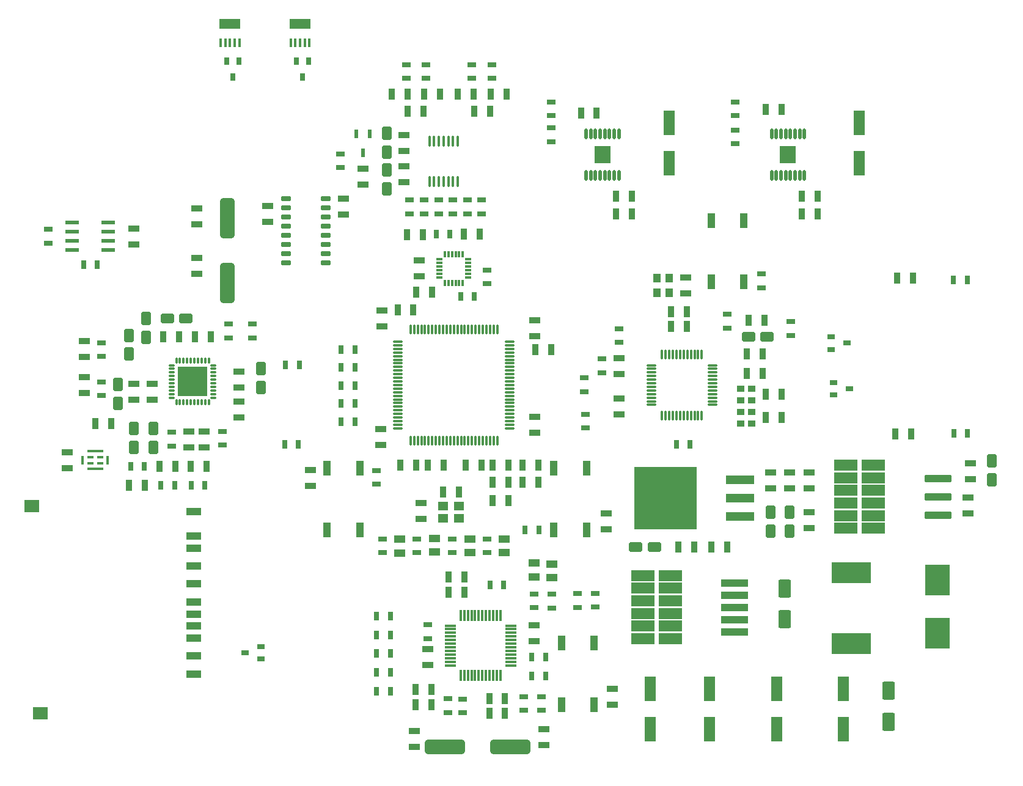
<source format=gtp>
G04*
G04 #@! TF.GenerationSoftware,Altium Limited,Altium Designer,22.4.2 (48)*
G04*
G04 Layer_Color=8421504*
%FSLAX25Y25*%
%MOIN*%
G70*
G04*
G04 #@! TF.SameCoordinates,507B7574-AD96-49B3-9928-A38505287C88*
G04*
G04*
G04 #@! TF.FilePolarity,Positive*
G04*
G01*
G75*
%ADD20R,0.12795X0.05906*%
%ADD21R,0.03937X0.03740*%
G04:AMPARAMS|DCode=22|XSize=31.5mil|YSize=13.39mil|CornerRadius=1.67mil|HoleSize=0mil|Usage=FLASHONLY|Rotation=180.000|XOffset=0mil|YOffset=0mil|HoleType=Round|Shape=RoundedRectangle|*
%AMROUNDEDRECTD22*
21,1,0.03150,0.01004,0,0,180.0*
21,1,0.02815,0.01339,0,0,180.0*
1,1,0.00335,-0.01408,0.00502*
1,1,0.00335,0.01408,0.00502*
1,1,0.00335,0.01408,-0.00502*
1,1,0.00335,-0.01408,-0.00502*
%
%ADD22ROUNDEDRECTD22*%
G04:AMPARAMS|DCode=23|XSize=33.47mil|YSize=13.39mil|CornerRadius=1.67mil|HoleSize=0mil|Usage=FLASHONLY|Rotation=270.000|XOffset=0mil|YOffset=0mil|HoleType=Round|Shape=RoundedRectangle|*
%AMROUNDEDRECTD23*
21,1,0.03347,0.01004,0,0,270.0*
21,1,0.03012,0.01339,0,0,270.0*
1,1,0.00335,-0.00502,-0.01506*
1,1,0.00335,-0.00502,0.01506*
1,1,0.00335,0.00502,0.01506*
1,1,0.00335,0.00502,-0.01506*
%
%ADD23ROUNDEDRECTD23*%
%ADD24O,0.01102X0.03543*%
%ADD25O,0.03543X0.01102*%
%ADD26R,0.16142X0.16142*%
%ADD27O,0.01772X0.05906*%
%ADD28R,0.09095X0.09685*%
%ADD29R,0.14921X0.03898*%
G04:AMPARAMS|DCode=30|XSize=149.21mil|YSize=38.98mil|CornerRadius=4.87mil|HoleSize=0mil|Usage=FLASHONLY|Rotation=180.000|XOffset=0mil|YOffset=0mil|HoleType=Round|Shape=RoundedRectangle|*
%AMROUNDEDRECTD30*
21,1,0.14921,0.02923,0,0,180.0*
21,1,0.13947,0.03898,0,0,180.0*
1,1,0.00974,-0.06973,0.01462*
1,1,0.00974,0.06973,0.01462*
1,1,0.00974,0.06973,-0.01462*
1,1,0.00974,-0.06973,-0.01462*
%
%ADD30ROUNDEDRECTD30*%
G04:AMPARAMS|DCode=31|XSize=51.58mil|YSize=24.41mil|CornerRadius=3.05mil|HoleSize=0mil|Usage=FLASHONLY|Rotation=0.000|XOffset=0mil|YOffset=0mil|HoleType=Round|Shape=RoundedRectangle|*
%AMROUNDEDRECTD31*
21,1,0.05158,0.01831,0,0,0.0*
21,1,0.04547,0.02441,0,0,0.0*
1,1,0.00610,0.02274,-0.00915*
1,1,0.00610,-0.02274,-0.00915*
1,1,0.00610,-0.02274,0.00915*
1,1,0.00610,0.02274,0.00915*
%
%ADD31ROUNDEDRECTD31*%
%ADD32R,0.05906X0.03937*%
%ADD33R,0.03740X0.01575*%
%ADD34R,0.09055X0.01378*%
%ADD35R,0.01378X0.05118*%
%ADD36O,0.01181X0.05709*%
%ADD37O,0.05709X0.01181*%
%ADD38R,0.11811X0.05315*%
%ADD39R,0.01575X0.04921*%
%ADD40R,0.05512X0.04724*%
%ADD41R,0.04331X0.05118*%
G04:AMPARAMS|DCode=42|XSize=98.43mil|YSize=66.93mil|CornerRadius=8.37mil|HoleSize=0mil|Usage=FLASHONLY|Rotation=270.000|XOffset=0mil|YOffset=0mil|HoleType=Round|Shape=RoundedRectangle|*
%AMROUNDEDRECTD42*
21,1,0.09843,0.05020,0,0,270.0*
21,1,0.08169,0.06693,0,0,270.0*
1,1,0.01673,-0.02510,-0.04085*
1,1,0.01673,-0.02510,0.04085*
1,1,0.01673,0.02510,0.04085*
1,1,0.01673,0.02510,-0.04085*
%
%ADD42ROUNDEDRECTD42*%
%ADD43O,0.05906X0.01181*%
%ADD44O,0.01181X0.05906*%
%ADD45R,0.07874X0.06693*%
%ADD46R,0.07874X0.03937*%
G04:AMPARAMS|DCode=47|XSize=11.02mil|YSize=61.42mil|CornerRadius=2.76mil|HoleSize=0mil|Usage=FLASHONLY|Rotation=0.000|XOffset=0mil|YOffset=0mil|HoleType=Round|Shape=RoundedRectangle|*
%AMROUNDEDRECTD47*
21,1,0.01102,0.05591,0,0,0.0*
21,1,0.00551,0.06142,0,0,0.0*
1,1,0.00551,0.00276,-0.02795*
1,1,0.00551,-0.00276,-0.02795*
1,1,0.00551,-0.00276,0.02795*
1,1,0.00551,0.00276,0.02795*
%
%ADD47ROUNDEDRECTD47*%
G04:AMPARAMS|DCode=48|XSize=11.02mil|YSize=61.42mil|CornerRadius=2.76mil|HoleSize=0mil|Usage=FLASHONLY|Rotation=270.000|XOffset=0mil|YOffset=0mil|HoleType=Round|Shape=RoundedRectangle|*
%AMROUNDEDRECTD48*
21,1,0.01102,0.05591,0,0,270.0*
21,1,0.00551,0.06142,0,0,270.0*
1,1,0.00551,-0.02795,-0.00276*
1,1,0.00551,-0.02795,0.00276*
1,1,0.00551,0.02795,0.00276*
1,1,0.00551,0.02795,-0.00276*
%
%ADD48ROUNDEDRECTD48*%
%ADD49R,0.06299X0.13780*%
%ADD50R,0.03937X0.07874*%
%ADD51R,0.15551X0.05118*%
%ADD52R,0.33858X0.34252*%
%ADD53O,0.01378X0.06299*%
%ADD54R,0.07756X0.02362*%
%ADD55R,0.03937X0.03150*%
%ADD56R,0.03150X0.03937*%
%ADD57R,0.13780X0.16535*%
%ADD58R,0.02362X0.05118*%
%ADD59R,0.21260X0.11811*%
G04:AMPARAMS|DCode=60|XSize=71.26mil|YSize=51.97mil|CornerRadius=6.5mil|HoleSize=0mil|Usage=FLASHONLY|Rotation=0.000|XOffset=0mil|YOffset=0mil|HoleType=Round|Shape=RoundedRectangle|*
%AMROUNDEDRECTD60*
21,1,0.07126,0.03898,0,0,0.0*
21,1,0.05827,0.05197,0,0,0.0*
1,1,0.01299,0.02913,-0.01949*
1,1,0.01299,-0.02913,-0.01949*
1,1,0.01299,-0.02913,0.01949*
1,1,0.01299,0.02913,0.01949*
%
%ADD60ROUNDEDRECTD60*%
G04:AMPARAMS|DCode=61|XSize=71.26mil|YSize=51.97mil|CornerRadius=6.5mil|HoleSize=0mil|Usage=FLASHONLY|Rotation=90.000|XOffset=0mil|YOffset=0mil|HoleType=Round|Shape=RoundedRectangle|*
%AMROUNDEDRECTD61*
21,1,0.07126,0.03898,0,0,90.0*
21,1,0.05827,0.05197,0,0,90.0*
1,1,0.01299,0.01949,0.02913*
1,1,0.01299,0.01949,-0.02913*
1,1,0.01299,-0.01949,-0.02913*
1,1,0.01299,-0.01949,0.02913*
%
%ADD61ROUNDEDRECTD61*%
G04:AMPARAMS|DCode=62|XSize=220.47mil|YSize=82.68mil|CornerRadius=20.67mil|HoleSize=0mil|Usage=FLASHONLY|Rotation=180.000|XOffset=0mil|YOffset=0mil|HoleType=Round|Shape=RoundedRectangle|*
%AMROUNDEDRECTD62*
21,1,0.22047,0.04134,0,0,180.0*
21,1,0.17913,0.08268,0,0,180.0*
1,1,0.04134,-0.08957,0.02067*
1,1,0.04134,0.08957,0.02067*
1,1,0.04134,0.08957,-0.02067*
1,1,0.04134,-0.08957,-0.02067*
%
%ADD62ROUNDEDRECTD62*%
G04:AMPARAMS|DCode=63|XSize=220.47mil|YSize=82.68mil|CornerRadius=20.67mil|HoleSize=0mil|Usage=FLASHONLY|Rotation=270.000|XOffset=0mil|YOffset=0mil|HoleType=Round|Shape=RoundedRectangle|*
%AMROUNDEDRECTD63*
21,1,0.22047,0.04134,0,0,270.0*
21,1,0.17913,0.08268,0,0,270.0*
1,1,0.04134,-0.02067,-0.08957*
1,1,0.04134,-0.02067,0.08957*
1,1,0.04134,0.02067,0.08957*
1,1,0.04134,0.02067,-0.08957*
%
%ADD63ROUNDEDRECTD63*%
%ADD64R,0.05118X0.02756*%
%ADD65R,0.02756X0.05118*%
%ADD66R,0.03543X0.05906*%
%ADD67R,0.05906X0.03543*%
D20*
X496949Y176575D02*
D03*
X511713Y204134D02*
D03*
X496949Y190354D02*
D03*
X511713Y211023D02*
D03*
X496949Y204134D02*
D03*
X511713Y190354D02*
D03*
Y197244D02*
D03*
X496949Y211023D02*
D03*
Y183465D02*
D03*
X511713D02*
D03*
Y176575D02*
D03*
X496949Y197244D02*
D03*
X607579Y257480D02*
D03*
X622343Y236811D02*
D03*
Y243701D02*
D03*
X607579D02*
D03*
Y271260D02*
D03*
X622343Y257480D02*
D03*
Y250591D02*
D03*
X607579Y264370D02*
D03*
X622343Y271260D02*
D03*
X607579Y250591D02*
D03*
X622343Y264370D02*
D03*
X607579Y236811D02*
D03*
D21*
X556299Y306693D02*
D03*
X550000D02*
D03*
X556299Y312992D02*
D03*
X550000D02*
D03*
X556299Y300394D02*
D03*
X550000D02*
D03*
Y294094D02*
D03*
X556299D02*
D03*
D22*
X401575Y373622D02*
D03*
Y375590D02*
D03*
Y377559D02*
D03*
Y379528D02*
D03*
Y381496D02*
D03*
Y383465D02*
D03*
X385827D02*
D03*
Y381496D02*
D03*
Y379528D02*
D03*
Y377559D02*
D03*
Y375590D02*
D03*
Y373622D02*
D03*
D23*
X398622Y386319D02*
D03*
X396654D02*
D03*
X394685D02*
D03*
X392717D02*
D03*
X390748D02*
D03*
X388779D02*
D03*
Y370768D02*
D03*
X390748D02*
D03*
X392717D02*
D03*
X394685D02*
D03*
X396654D02*
D03*
X398622D02*
D03*
D24*
X260039Y328248D02*
D03*
X258071D02*
D03*
X256102D02*
D03*
X254134D02*
D03*
X252165D02*
D03*
X250197D02*
D03*
X248228D02*
D03*
X246260D02*
D03*
X244291D02*
D03*
X242323D02*
D03*
Y305610D02*
D03*
X244291D02*
D03*
X246260D02*
D03*
X248228D02*
D03*
X250197D02*
D03*
X252165D02*
D03*
X254134D02*
D03*
X256102D02*
D03*
X258071D02*
D03*
X260039D02*
D03*
D25*
X239862Y325787D02*
D03*
Y323819D02*
D03*
Y321850D02*
D03*
Y319882D02*
D03*
Y317913D02*
D03*
Y315945D02*
D03*
Y312008D02*
D03*
Y310039D02*
D03*
Y308071D02*
D03*
X262500D02*
D03*
Y310039D02*
D03*
Y312008D02*
D03*
Y313976D02*
D03*
Y315945D02*
D03*
Y317913D02*
D03*
Y319882D02*
D03*
Y321850D02*
D03*
Y323819D02*
D03*
Y325787D02*
D03*
X239862Y313976D02*
D03*
D26*
X251181Y316929D02*
D03*
D27*
X567028Y429134D02*
D03*
X569587D02*
D03*
X572146D02*
D03*
X574705D02*
D03*
X577264D02*
D03*
X579823D02*
D03*
X582382D02*
D03*
X584941D02*
D03*
X567028Y451968D02*
D03*
X569587D02*
D03*
X572146D02*
D03*
X574705D02*
D03*
X577264D02*
D03*
X579823D02*
D03*
X582382D02*
D03*
X584941D02*
D03*
X483760D02*
D03*
X481201D02*
D03*
X478642D02*
D03*
X476083D02*
D03*
X473524D02*
D03*
X470965D02*
D03*
X468405D02*
D03*
X465846D02*
D03*
X483760Y429134D02*
D03*
X481201D02*
D03*
X478642D02*
D03*
X476083D02*
D03*
X473524D02*
D03*
X470965D02*
D03*
X468405D02*
D03*
X465846D02*
D03*
D28*
X575984Y440551D02*
D03*
X474803D02*
D03*
D29*
X546850Y207087D02*
D03*
Y200394D02*
D03*
Y193701D02*
D03*
Y187008D02*
D03*
Y180315D02*
D03*
D30*
X657874Y243937D02*
D03*
Y253937D02*
D03*
Y263937D02*
D03*
D31*
X302165Y411713D02*
D03*
X323819Y401713D02*
D03*
X302165Y416713D02*
D03*
Y406713D02*
D03*
Y401713D02*
D03*
X323819Y406713D02*
D03*
Y396713D02*
D03*
Y391713D02*
D03*
X302165D02*
D03*
X323819Y381713D02*
D03*
X302165Y396713D02*
D03*
Y386713D02*
D03*
X323819D02*
D03*
X302165Y381713D02*
D03*
X323819Y411713D02*
D03*
Y416713D02*
D03*
D32*
X421260Y231102D02*
D03*
Y223622D02*
D03*
X447244Y217323D02*
D03*
Y209842D02*
D03*
X383071Y231299D02*
D03*
Y223819D02*
D03*
X364173Y223425D02*
D03*
Y230906D02*
D03*
X437402Y210433D02*
D03*
Y217913D02*
D03*
X402362Y231004D02*
D03*
Y223524D02*
D03*
D33*
X200689Y275787D02*
D03*
X195374D02*
D03*
Y272244D02*
D03*
X200689D02*
D03*
D34*
X198031Y269193D02*
D03*
Y278839D02*
D03*
D35*
X204823Y274016D02*
D03*
X191240D02*
D03*
D36*
X370110Y284579D02*
D03*
Y345406D02*
D03*
X372079D02*
D03*
X374047D02*
D03*
X376016D02*
D03*
X377984D02*
D03*
X379953D02*
D03*
X381921D02*
D03*
X383890D02*
D03*
X385858D02*
D03*
X387827D02*
D03*
X389795D02*
D03*
X391764D02*
D03*
X393732D02*
D03*
X395701D02*
D03*
X397669D02*
D03*
X399638D02*
D03*
X401606D02*
D03*
X403575D02*
D03*
X405543D02*
D03*
X407512D02*
D03*
X409480D02*
D03*
X411449D02*
D03*
X413417D02*
D03*
X415386D02*
D03*
X417354D02*
D03*
Y284579D02*
D03*
X415386D02*
D03*
X413417D02*
D03*
X411449D02*
D03*
X409480D02*
D03*
X407512D02*
D03*
X405543D02*
D03*
X403575D02*
D03*
X401606D02*
D03*
X399638D02*
D03*
X397669D02*
D03*
X395701D02*
D03*
X393732D02*
D03*
X391764D02*
D03*
X389795D02*
D03*
X387827D02*
D03*
X385858D02*
D03*
X383890D02*
D03*
X381921D02*
D03*
X379953D02*
D03*
X377984D02*
D03*
X376016D02*
D03*
X374047D02*
D03*
X372079D02*
D03*
D37*
X363319Y291370D02*
D03*
Y293339D02*
D03*
Y295307D02*
D03*
Y297276D02*
D03*
Y299244D02*
D03*
Y301213D02*
D03*
Y303181D02*
D03*
Y305150D02*
D03*
Y307118D02*
D03*
Y309087D02*
D03*
Y311055D02*
D03*
Y313024D02*
D03*
Y314992D02*
D03*
Y316961D02*
D03*
Y318929D02*
D03*
Y320898D02*
D03*
Y322866D02*
D03*
Y324835D02*
D03*
Y326803D02*
D03*
Y328772D02*
D03*
Y330740D02*
D03*
Y332709D02*
D03*
Y334677D02*
D03*
Y336646D02*
D03*
Y338614D02*
D03*
X424146D02*
D03*
Y336646D02*
D03*
Y334677D02*
D03*
Y332709D02*
D03*
Y330740D02*
D03*
Y328772D02*
D03*
Y326803D02*
D03*
Y324835D02*
D03*
Y322866D02*
D03*
Y320898D02*
D03*
Y318929D02*
D03*
Y316961D02*
D03*
Y314992D02*
D03*
Y313024D02*
D03*
Y311055D02*
D03*
Y309087D02*
D03*
Y307118D02*
D03*
Y305150D02*
D03*
Y303181D02*
D03*
Y301213D02*
D03*
Y299244D02*
D03*
Y297276D02*
D03*
Y295307D02*
D03*
Y293339D02*
D03*
Y291370D02*
D03*
D38*
X271654Y512032D02*
D03*
X309842D02*
D03*
D39*
X266535Y501575D02*
D03*
X269094D02*
D03*
X276772D02*
D03*
X274213D02*
D03*
X271654D02*
D03*
X304724D02*
D03*
X307283D02*
D03*
X314961D02*
D03*
X312402D02*
D03*
X309842D02*
D03*
D40*
X387795Y249016D02*
D03*
X396457D02*
D03*
Y242323D02*
D03*
X387795D02*
D03*
D41*
X504626Y373425D02*
D03*
Y365158D02*
D03*
X511122D02*
D03*
Y373425D02*
D03*
D42*
X630709Y148189D02*
D03*
Y131339D02*
D03*
X574016Y204095D02*
D03*
Y187244D02*
D03*
D43*
X501378Y304134D02*
D03*
Y306102D02*
D03*
Y308071D02*
D03*
Y310039D02*
D03*
Y312008D02*
D03*
Y313976D02*
D03*
Y315945D02*
D03*
Y317913D02*
D03*
Y319882D02*
D03*
Y321850D02*
D03*
Y323819D02*
D03*
Y325787D02*
D03*
X534842D02*
D03*
Y323819D02*
D03*
Y321850D02*
D03*
Y319882D02*
D03*
Y317913D02*
D03*
Y315945D02*
D03*
Y313976D02*
D03*
Y312008D02*
D03*
Y310039D02*
D03*
Y308071D02*
D03*
Y306102D02*
D03*
Y304134D02*
D03*
D44*
X507283Y331693D02*
D03*
X509252D02*
D03*
X511221D02*
D03*
X513189D02*
D03*
X515158D02*
D03*
X517126D02*
D03*
X519095D02*
D03*
X521063D02*
D03*
X523032D02*
D03*
X525000D02*
D03*
X526968D02*
D03*
X528937D02*
D03*
Y298228D02*
D03*
X526968D02*
D03*
X525000D02*
D03*
X523032D02*
D03*
X521063D02*
D03*
X519095D02*
D03*
X517126D02*
D03*
X515158D02*
D03*
X513189D02*
D03*
X511221D02*
D03*
X509252D02*
D03*
X507283D02*
D03*
D45*
X163386Y248819D02*
D03*
X168110Y136024D02*
D03*
D46*
X251772Y225984D02*
D03*
Y232677D02*
D03*
Y245866D02*
D03*
Y216417D02*
D03*
Y206575D02*
D03*
Y190000D02*
D03*
Y196732D02*
D03*
Y183504D02*
D03*
Y177008D02*
D03*
Y167165D02*
D03*
Y157323D02*
D03*
D47*
X397433Y156492D02*
D03*
X399402D02*
D03*
X401370D02*
D03*
X403339D02*
D03*
X405307D02*
D03*
X407276D02*
D03*
X409244D02*
D03*
X411213D02*
D03*
X413181D02*
D03*
X415150D02*
D03*
X417118D02*
D03*
X419087D02*
D03*
Y189406D02*
D03*
X417118D02*
D03*
X415150D02*
D03*
X413181D02*
D03*
X411213D02*
D03*
X409244D02*
D03*
X407276D02*
D03*
X405307D02*
D03*
X403339D02*
D03*
X401370D02*
D03*
X399402D02*
D03*
X397433D02*
D03*
D48*
X424717Y162122D02*
D03*
Y164091D02*
D03*
Y166059D02*
D03*
Y168028D02*
D03*
Y169996D02*
D03*
Y171965D02*
D03*
Y173933D02*
D03*
Y175902D02*
D03*
Y177870D02*
D03*
Y179839D02*
D03*
Y181807D02*
D03*
Y183776D02*
D03*
X391803D02*
D03*
Y181807D02*
D03*
Y179839D02*
D03*
Y177870D02*
D03*
Y175902D02*
D03*
Y173933D02*
D03*
Y171965D02*
D03*
Y169996D02*
D03*
Y168028D02*
D03*
Y166059D02*
D03*
Y164091D02*
D03*
Y162122D02*
D03*
D49*
X511024Y458071D02*
D03*
Y436024D02*
D03*
X614961Y458071D02*
D03*
Y436024D02*
D03*
X606299Y127165D02*
D03*
Y149213D02*
D03*
X569685Y127165D02*
D03*
Y149213D02*
D03*
X533071Y127165D02*
D03*
Y149213D02*
D03*
X500787Y127165D02*
D03*
Y149213D02*
D03*
D50*
X534252Y371260D02*
D03*
X551968Y404724D02*
D03*
X534252D02*
D03*
X551968Y371260D02*
D03*
X452559Y140748D02*
D03*
X470276Y174213D02*
D03*
X452559D02*
D03*
X470276Y140748D02*
D03*
X448291Y236059D02*
D03*
X466008Y269524D02*
D03*
X448291D02*
D03*
X466008Y236059D02*
D03*
X342323Y269488D02*
D03*
X324606Y236024D02*
D03*
X342323D02*
D03*
X324606Y269488D02*
D03*
D51*
X549803Y243150D02*
D03*
Y253150D02*
D03*
Y263150D02*
D03*
D52*
X509252Y253150D02*
D03*
D53*
X395776Y448032D02*
D03*
X393216D02*
D03*
X390657D02*
D03*
X388098D02*
D03*
X385539D02*
D03*
X382980D02*
D03*
X380421D02*
D03*
X395776Y425984D02*
D03*
X393216D02*
D03*
X390657D02*
D03*
X388098D02*
D03*
X385539D02*
D03*
X382980D02*
D03*
X380421D02*
D03*
D54*
X205000Y388563D02*
D03*
Y393563D02*
D03*
Y398563D02*
D03*
Y403563D02*
D03*
X185551D02*
D03*
Y398563D02*
D03*
Y393563D02*
D03*
Y388563D02*
D03*
D55*
X608268Y337795D02*
D03*
X599606Y334449D02*
D03*
Y341142D02*
D03*
X609449Y312992D02*
D03*
X600787Y309646D02*
D03*
Y316339D02*
D03*
X279921Y169095D02*
D03*
X288583Y172441D02*
D03*
Y165748D02*
D03*
D56*
X273031Y483071D02*
D03*
X269685Y491732D02*
D03*
X276378D02*
D03*
X311221Y483071D02*
D03*
X307874Y491732D02*
D03*
X314567D02*
D03*
D57*
X657480Y208465D02*
D03*
Y179724D02*
D03*
D58*
X347835Y451968D02*
D03*
X344094Y441732D02*
D03*
X340354Y451968D02*
D03*
D59*
X610630Y174016D02*
D03*
Y212598D02*
D03*
D60*
X554331Y341339D02*
D03*
X564567D02*
D03*
X247638Y351181D02*
D03*
X237402D02*
D03*
X492913Y226772D02*
D03*
X503150D02*
D03*
D61*
X357087Y422047D02*
D03*
Y432283D02*
D03*
Y452362D02*
D03*
Y442126D02*
D03*
X288583Y313779D02*
D03*
Y324016D02*
D03*
X210630Y315354D02*
D03*
Y305118D02*
D03*
X216535Y331890D02*
D03*
Y342126D02*
D03*
X225984Y340945D02*
D03*
Y351181D02*
D03*
X219291Y291339D02*
D03*
Y281102D02*
D03*
X229921Y291339D02*
D03*
Y281102D02*
D03*
X687008Y263386D02*
D03*
Y273622D02*
D03*
X576772Y245669D02*
D03*
Y235433D02*
D03*
X566535Y245669D02*
D03*
Y235433D02*
D03*
D62*
X424409Y117717D02*
D03*
X388976D02*
D03*
D63*
X270079Y405905D02*
D03*
Y370472D02*
D03*
D64*
X561417Y368012D02*
D03*
Y375492D02*
D03*
X474409Y329232D02*
D03*
Y321752D02*
D03*
X483858Y345768D02*
D03*
Y338287D02*
D03*
X542913Y346063D02*
D03*
Y353543D02*
D03*
X577559Y342028D02*
D03*
Y349508D02*
D03*
X377468Y415846D02*
D03*
Y408366D02*
D03*
X369595Y415846D02*
D03*
Y408366D02*
D03*
X385343Y415846D02*
D03*
Y408366D02*
D03*
X393216Y415846D02*
D03*
Y408366D02*
D03*
X401090Y415846D02*
D03*
Y408366D02*
D03*
X408965Y415846D02*
D03*
Y408366D02*
D03*
X331890Y441043D02*
D03*
Y433563D02*
D03*
X201575Y316634D02*
D03*
Y309154D02*
D03*
X201575Y330610D02*
D03*
Y338091D02*
D03*
X270866Y348130D02*
D03*
Y340650D02*
D03*
X283858Y348130D02*
D03*
Y340650D02*
D03*
X267323Y282185D02*
D03*
Y289665D02*
D03*
X239764Y281791D02*
D03*
Y289272D02*
D03*
X547244Y469390D02*
D03*
Y461909D02*
D03*
Y454035D02*
D03*
Y446555D02*
D03*
X437402Y200984D02*
D03*
Y193504D02*
D03*
X447244Y200886D02*
D03*
Y193405D02*
D03*
X470866Y201279D02*
D03*
Y193799D02*
D03*
X431890Y144980D02*
D03*
Y137500D02*
D03*
X461024Y201181D02*
D03*
Y193701D02*
D03*
X441339Y144980D02*
D03*
Y137500D02*
D03*
X390551Y143799D02*
D03*
Y136319D02*
D03*
X398425Y143701D02*
D03*
Y136221D02*
D03*
X379528Y176673D02*
D03*
Y184153D02*
D03*
X351575Y260925D02*
D03*
Y268406D02*
D03*
X354724Y223524D02*
D03*
Y231004D02*
D03*
X373622Y223622D02*
D03*
Y231102D02*
D03*
X392913Y223622D02*
D03*
Y231102D02*
D03*
X411811Y223622D02*
D03*
Y231102D02*
D03*
X464961Y311319D02*
D03*
Y318799D02*
D03*
X465354Y291634D02*
D03*
Y299114D02*
D03*
X411811Y377658D02*
D03*
Y370177D02*
D03*
X172441Y392323D02*
D03*
Y399803D02*
D03*
X378346Y489764D02*
D03*
Y482283D02*
D03*
X367717Y489764D02*
D03*
Y482283D02*
D03*
X414567Y489764D02*
D03*
Y482283D02*
D03*
X403543Y489764D02*
D03*
Y482283D02*
D03*
X446850Y469390D02*
D03*
Y461909D02*
D03*
Y455217D02*
D03*
Y447736D02*
D03*
D65*
X522539Y282677D02*
D03*
X515059D02*
D03*
X666437Y288583D02*
D03*
X673917D02*
D03*
X673721Y372441D02*
D03*
X666240D02*
D03*
X250394Y260236D02*
D03*
X257874D02*
D03*
X241339D02*
D03*
X233858D02*
D03*
X217323Y270472D02*
D03*
X224803D02*
D03*
X443799Y156299D02*
D03*
X436319D02*
D03*
X339779Y334339D02*
D03*
X332299D02*
D03*
X339779Y324496D02*
D03*
X332299D02*
D03*
X339779Y314653D02*
D03*
X332299D02*
D03*
X339779Y304811D02*
D03*
X332299D02*
D03*
X339779Y294969D02*
D03*
X332299D02*
D03*
X443799Y166535D02*
D03*
X436319D02*
D03*
X359055Y188976D02*
D03*
X351575D02*
D03*
X359055Y178740D02*
D03*
X351575D02*
D03*
X359055Y168504D02*
D03*
X351575D02*
D03*
X420965Y205906D02*
D03*
X413484D02*
D03*
X359055Y158268D02*
D03*
X351575D02*
D03*
X359055Y148031D02*
D03*
X351575D02*
D03*
X432579Y235827D02*
D03*
X440059D02*
D03*
X301870Y325984D02*
D03*
X309350D02*
D03*
X301476Y282480D02*
D03*
X308957D02*
D03*
X404823Y363386D02*
D03*
X397342D02*
D03*
X199311Y380709D02*
D03*
X191831D02*
D03*
X384154Y397244D02*
D03*
X391634D02*
D03*
D66*
X512205Y355118D02*
D03*
X520866D02*
D03*
X562205Y331890D02*
D03*
X553543D02*
D03*
X512205Y346850D02*
D03*
X520866D02*
D03*
X572441Y309842D02*
D03*
X563779D02*
D03*
X572441Y297244D02*
D03*
X563779D02*
D03*
X562992Y350394D02*
D03*
X554331D02*
D03*
X562205Y321260D02*
D03*
X553543D02*
D03*
X634646Y288189D02*
D03*
X643307D02*
D03*
X635433Y373228D02*
D03*
X644095D02*
D03*
X377559Y473622D02*
D03*
X386221D02*
D03*
X368504Y464173D02*
D03*
X377165D02*
D03*
X359842Y473622D02*
D03*
X368504D02*
D03*
X413779Y473622D02*
D03*
X422441D02*
D03*
X404724Y464173D02*
D03*
X413386D02*
D03*
X395669Y473622D02*
D03*
X404331D02*
D03*
X235039Y341339D02*
D03*
X243701D02*
D03*
X261024D02*
D03*
X252362D02*
D03*
X258661Y270472D02*
D03*
X250000D02*
D03*
X225197Y260236D02*
D03*
X216535D02*
D03*
X241732Y270472D02*
D03*
X233071D02*
D03*
X198031Y294094D02*
D03*
X206693D02*
D03*
X490945Y418110D02*
D03*
X482283D02*
D03*
X490945Y408268D02*
D03*
X482283D02*
D03*
X471654Y463386D02*
D03*
X462992D02*
D03*
X592126Y408268D02*
D03*
X583465D02*
D03*
X592126Y418110D02*
D03*
X583465D02*
D03*
X572441Y465354D02*
D03*
X563779D02*
D03*
X542913Y226772D02*
D03*
X534252D02*
D03*
X516142D02*
D03*
X524803D02*
D03*
X399520Y210154D02*
D03*
X390858D02*
D03*
X372835Y148819D02*
D03*
X381496D02*
D03*
X412992Y135827D02*
D03*
X421654D02*
D03*
X399520Y201886D02*
D03*
X390858D02*
D03*
X412992Y144095D02*
D03*
X421654D02*
D03*
X372835Y140551D02*
D03*
X381496D02*
D03*
X400000Y271260D02*
D03*
X408661D02*
D03*
X373228D02*
D03*
X364567D02*
D03*
X379528D02*
D03*
X388189D02*
D03*
X414961D02*
D03*
X423622D02*
D03*
X439764D02*
D03*
X431102D02*
D03*
X414961Y261811D02*
D03*
X423622D02*
D03*
X439764D02*
D03*
X431102D02*
D03*
X387795Y256693D02*
D03*
X396457D02*
D03*
X446850Y334252D02*
D03*
X438189D02*
D03*
X362992Y355906D02*
D03*
X371654D02*
D03*
X407874Y397244D02*
D03*
X399213D02*
D03*
X373228Y365748D02*
D03*
X381890D02*
D03*
X368110Y396850D02*
D03*
X376772D02*
D03*
X423622Y251969D02*
D03*
X414961D02*
D03*
D67*
X483858Y307480D02*
D03*
Y298819D02*
D03*
X520079Y364961D02*
D03*
Y373622D02*
D03*
X483858Y329528D02*
D03*
Y320866D02*
D03*
X366535Y434252D02*
D03*
Y425591D02*
D03*
Y442520D02*
D03*
Y451181D02*
D03*
X344094Y433071D02*
D03*
Y424409D02*
D03*
X192126Y319291D02*
D03*
Y310630D02*
D03*
X276378Y322441D02*
D03*
Y313779D02*
D03*
X229134Y307087D02*
D03*
Y315748D02*
D03*
X219291Y307087D02*
D03*
Y315748D02*
D03*
X276378Y297244D02*
D03*
Y305906D02*
D03*
X192126Y330315D02*
D03*
Y338976D02*
D03*
X257480Y281102D02*
D03*
Y289764D02*
D03*
X249213Y281102D02*
D03*
Y289764D02*
D03*
X182677Y269685D02*
D03*
Y278346D02*
D03*
X674016Y244882D02*
D03*
Y253543D02*
D03*
X675591Y272441D02*
D03*
Y263779D02*
D03*
X587402Y237008D02*
D03*
Y245669D02*
D03*
Y267323D02*
D03*
Y258661D02*
D03*
X576772Y267323D02*
D03*
Y258661D02*
D03*
X566535Y267323D02*
D03*
Y258661D02*
D03*
X437402Y175197D02*
D03*
Y183858D02*
D03*
X379528Y170866D02*
D03*
Y162205D02*
D03*
X372047Y126378D02*
D03*
Y117717D02*
D03*
X480315Y140551D02*
D03*
Y149213D02*
D03*
X442913Y127165D02*
D03*
Y118504D02*
D03*
X437795Y350394D02*
D03*
Y341732D02*
D03*
Y288976D02*
D03*
Y297638D02*
D03*
X354331Y355512D02*
D03*
Y346850D02*
D03*
X353937Y290945D02*
D03*
Y282283D02*
D03*
X375984Y250787D02*
D03*
Y242126D02*
D03*
X476772Y236221D02*
D03*
Y244882D02*
D03*
X315354Y268504D02*
D03*
Y259842D02*
D03*
X333465Y407874D02*
D03*
Y416535D02*
D03*
X292126Y412598D02*
D03*
Y403937D02*
D03*
X253543Y402756D02*
D03*
Y411417D02*
D03*
Y384252D02*
D03*
Y375591D02*
D03*
X374803Y374410D02*
D03*
Y383071D02*
D03*
X219291Y391732D02*
D03*
Y400394D02*
D03*
M02*

</source>
